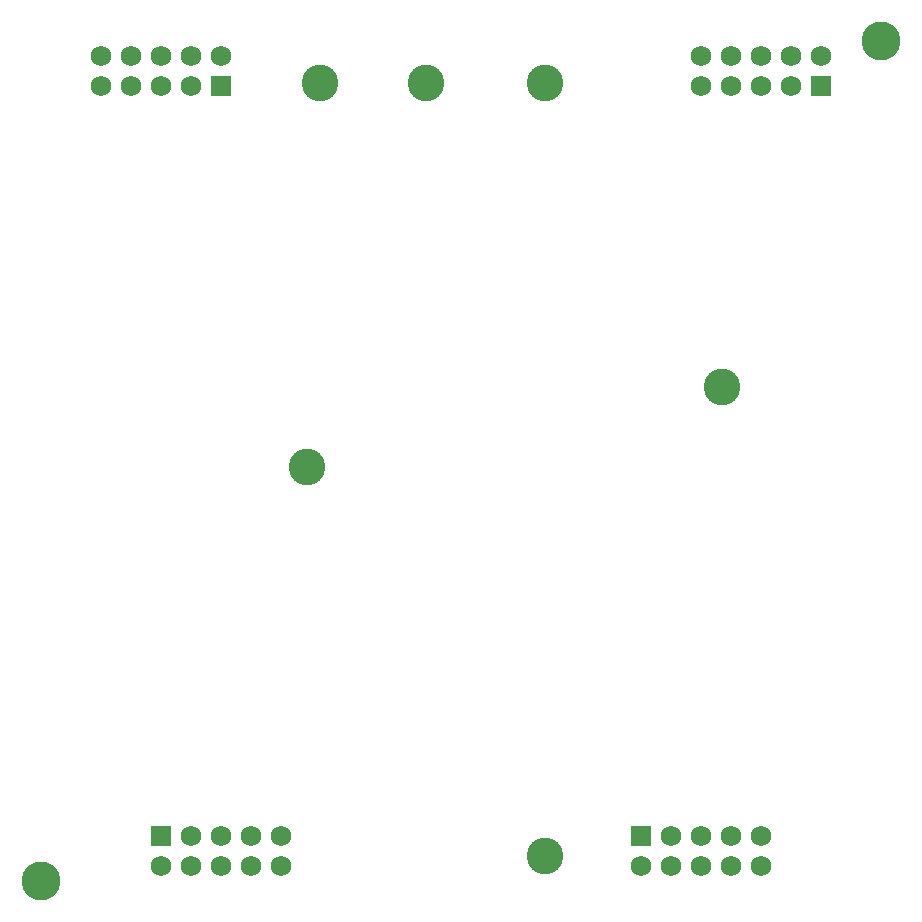
<source format=gbs>
G04 #@! TF.GenerationSoftware,KiCad,Pcbnew,(5.1.6)-1*
G04 #@! TF.CreationDate,2021-04-16T13:49:19+02:00*
G04 #@! TF.ProjectId,Interfaceboard,496e7465-7266-4616-9365-626f6172642e,Version 1*
G04 #@! TF.SameCoordinates,Original*
G04 #@! TF.FileFunction,Soldermask,Bot*
G04 #@! TF.FilePolarity,Negative*
%FSLAX46Y46*%
G04 Gerber Fmt 4.6, Leading zero omitted, Abs format (unit mm)*
G04 Created by KiCad (PCBNEW (5.1.6)-1) date 2021-04-16 13:49:19*
%MOMM*%
%LPD*%
G01*
G04 APERTURE LIST*
%ADD10C,3.300000*%
%ADD11C,3.100000*%
%ADD12R,1.750000X1.750000*%
%ADD13C,1.750000*%
G04 APERTURE END LIST*
D10*
X109450000Y-125550000D03*
X180550000Y-54450000D03*
D11*
X133000000Y-58000000D03*
X142000000Y-58000000D03*
D12*
X124690000Y-58260000D03*
D13*
X124690000Y-55720000D03*
X122150000Y-58260000D03*
X122150000Y-55720000D03*
X119610000Y-58260000D03*
X119610000Y-55720000D03*
X117070000Y-58260000D03*
X117070000Y-55720000D03*
X114530000Y-58260000D03*
X114530000Y-55720000D03*
D12*
X175470000Y-58260000D03*
D13*
X175470000Y-55720000D03*
X172930000Y-58260000D03*
X172930000Y-55720000D03*
X170390000Y-58260000D03*
X170390000Y-55720000D03*
X167850000Y-58260000D03*
X167850000Y-55720000D03*
X165310000Y-58260000D03*
X165310000Y-55720000D03*
D12*
X160240000Y-121740000D03*
D13*
X160240000Y-124280000D03*
X162780000Y-121740000D03*
X162780000Y-124280000D03*
X165320000Y-121740000D03*
X165320000Y-124280000D03*
X167860000Y-121740000D03*
X167860000Y-124280000D03*
X170400000Y-121740000D03*
X170400000Y-124280000D03*
D12*
X119600000Y-121740000D03*
D13*
X119600000Y-124280000D03*
X122140000Y-121740000D03*
X122140000Y-124280000D03*
X124680000Y-121740000D03*
X124680000Y-124280000D03*
X127220000Y-121740000D03*
X127220000Y-124280000D03*
X129760000Y-121740000D03*
X129760000Y-124280000D03*
D11*
X152050000Y-58000000D03*
X152050000Y-123500000D03*
X167100000Y-83800000D03*
X131950000Y-90500000D03*
M02*

</source>
